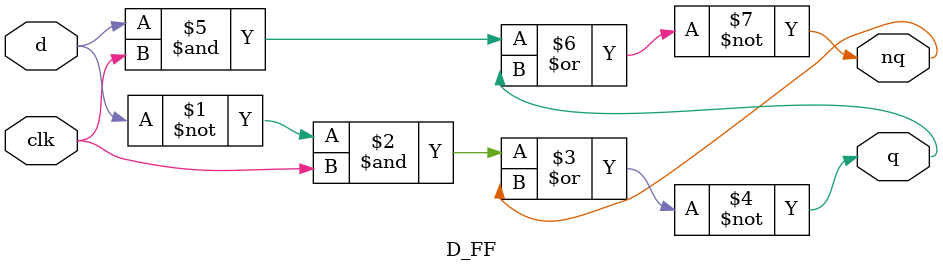
<source format=v>
`timescale 1ns / 1ps
module D_FF(
input d, clk,
output q, nq
    );
assign q = ~((~d & clk) | nq);
assign nq = ~((d & clk) | q);
endmodule

</source>
